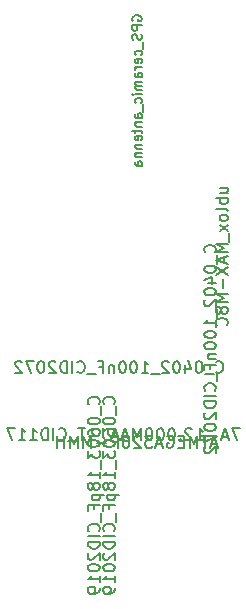
<source format=gbr>
G04 #@! TF.GenerationSoftware,KiCad,Pcbnew,(5.1.6)-1*
G04 #@! TF.CreationDate,2022-09-13T10:15:17+02:00*
G04 #@! TF.ProjectId,LoRa_Balloon,4c6f5261-5f42-4616-9c6c-6f6f6e2e6b69,2*
G04 #@! TF.SameCoordinates,Original*
G04 #@! TF.FileFunction,Other,Fab,Bot*
%FSLAX46Y46*%
G04 Gerber Fmt 4.6, Leading zero omitted, Abs format (unit mm)*
G04 Created by KiCad (PCBNEW (5.1.6)-1) date 2022-09-13 10:15:17*
%MOMM*%
%LPD*%
G01*
G04 APERTURE LIST*
%ADD10C,0.150000*%
G04 APERTURE END LIST*
D10*
X112515714Y-113889047D02*
X113182380Y-113889047D01*
X112515714Y-113460476D02*
X113039523Y-113460476D01*
X113134761Y-113508095D01*
X113182380Y-113603333D01*
X113182380Y-113746190D01*
X113134761Y-113841428D01*
X113087142Y-113889047D01*
X113182380Y-114365238D02*
X112182380Y-114365238D01*
X112563333Y-114365238D02*
X112515714Y-114460476D01*
X112515714Y-114650952D01*
X112563333Y-114746190D01*
X112610952Y-114793809D01*
X112706190Y-114841428D01*
X112991904Y-114841428D01*
X113087142Y-114793809D01*
X113134761Y-114746190D01*
X113182380Y-114650952D01*
X113182380Y-114460476D01*
X113134761Y-114365238D01*
X113182380Y-115412857D02*
X113134761Y-115317619D01*
X113039523Y-115270000D01*
X112182380Y-115270000D01*
X113182380Y-115936666D02*
X113134761Y-115841428D01*
X113087142Y-115793809D01*
X112991904Y-115746190D01*
X112706190Y-115746190D01*
X112610952Y-115793809D01*
X112563333Y-115841428D01*
X112515714Y-115936666D01*
X112515714Y-116079523D01*
X112563333Y-116174761D01*
X112610952Y-116222380D01*
X112706190Y-116270000D01*
X112991904Y-116270000D01*
X113087142Y-116222380D01*
X113134761Y-116174761D01*
X113182380Y-116079523D01*
X113182380Y-115936666D01*
X113182380Y-116603333D02*
X112515714Y-117127142D01*
X112515714Y-116603333D02*
X113182380Y-117127142D01*
X113277619Y-117270000D02*
X113277619Y-118031904D01*
X113182380Y-118270000D02*
X112182380Y-118270000D01*
X112896666Y-118603333D01*
X112182380Y-118936666D01*
X113182380Y-118936666D01*
X112896666Y-119365238D02*
X112896666Y-119841428D01*
X113182380Y-119270000D02*
X112182380Y-119603333D01*
X113182380Y-119936666D01*
X112182380Y-120174761D02*
X113182380Y-120841428D01*
X112182380Y-120841428D02*
X113182380Y-120174761D01*
X112801428Y-121222380D02*
X112801428Y-121984285D01*
X113182380Y-122460476D02*
X112182380Y-122460476D01*
X112896666Y-122793809D01*
X112182380Y-123127142D01*
X113182380Y-123127142D01*
X112610952Y-123746190D02*
X112563333Y-123650952D01*
X112515714Y-123603333D01*
X112420476Y-123555714D01*
X112372857Y-123555714D01*
X112277619Y-123603333D01*
X112230000Y-123650952D01*
X112182380Y-123746190D01*
X112182380Y-123936666D01*
X112230000Y-124031904D01*
X112277619Y-124079523D01*
X112372857Y-124127142D01*
X112420476Y-124127142D01*
X112515714Y-124079523D01*
X112563333Y-124031904D01*
X112610952Y-123936666D01*
X112610952Y-123746190D01*
X112658571Y-123650952D01*
X112706190Y-123603333D01*
X112801428Y-123555714D01*
X112991904Y-123555714D01*
X113087142Y-123603333D01*
X113134761Y-123650952D01*
X113182380Y-123746190D01*
X113182380Y-123936666D01*
X113134761Y-124031904D01*
X113087142Y-124079523D01*
X112991904Y-124127142D01*
X112801428Y-124127142D01*
X112706190Y-124079523D01*
X112658571Y-124031904D01*
X112610952Y-123936666D01*
X113087142Y-125127142D02*
X113134761Y-125079523D01*
X113182380Y-124936666D01*
X113182380Y-124841428D01*
X113134761Y-124698571D01*
X113039523Y-124603333D01*
X112944285Y-124555714D01*
X112753809Y-124508095D01*
X112610952Y-124508095D01*
X112420476Y-124555714D01*
X112325238Y-124603333D01*
X112230000Y-124698571D01*
X112182380Y-124841428D01*
X112182380Y-124936666D01*
X112230000Y-125079523D01*
X112277619Y-125127142D01*
X114187142Y-133843180D02*
X113520476Y-133843180D01*
X113949047Y-134843180D01*
X113187142Y-134557466D02*
X112710952Y-134557466D01*
X113282380Y-134843180D02*
X112949047Y-133843180D01*
X112615714Y-134843180D01*
X112282380Y-134462228D02*
X111520476Y-134462228D01*
X110520476Y-134843180D02*
X111091904Y-134843180D01*
X110806190Y-134843180D02*
X110806190Y-133843180D01*
X110901428Y-133986038D01*
X110996666Y-134081276D01*
X111091904Y-134128895D01*
X110139523Y-133938419D02*
X110091904Y-133890800D01*
X109996666Y-133843180D01*
X109758571Y-133843180D01*
X109663333Y-133890800D01*
X109615714Y-133938419D01*
X109568095Y-134033657D01*
X109568095Y-134128895D01*
X109615714Y-134271752D01*
X110187142Y-134843180D01*
X109568095Y-134843180D01*
X109139523Y-134747942D02*
X109091904Y-134795561D01*
X109139523Y-134843180D01*
X109187142Y-134795561D01*
X109139523Y-134747942D01*
X109139523Y-134843180D01*
X108472857Y-133843180D02*
X108377619Y-133843180D01*
X108282380Y-133890800D01*
X108234761Y-133938419D01*
X108187142Y-134033657D01*
X108139523Y-134224133D01*
X108139523Y-134462228D01*
X108187142Y-134652704D01*
X108234761Y-134747942D01*
X108282380Y-134795561D01*
X108377619Y-134843180D01*
X108472857Y-134843180D01*
X108568095Y-134795561D01*
X108615714Y-134747942D01*
X108663333Y-134652704D01*
X108710952Y-134462228D01*
X108710952Y-134224133D01*
X108663333Y-134033657D01*
X108615714Y-133938419D01*
X108568095Y-133890800D01*
X108472857Y-133843180D01*
X107520476Y-133843180D02*
X107425238Y-133843180D01*
X107330000Y-133890800D01*
X107282380Y-133938419D01*
X107234761Y-134033657D01*
X107187142Y-134224133D01*
X107187142Y-134462228D01*
X107234761Y-134652704D01*
X107282380Y-134747942D01*
X107330000Y-134795561D01*
X107425238Y-134843180D01*
X107520476Y-134843180D01*
X107615714Y-134795561D01*
X107663333Y-134747942D01*
X107710952Y-134652704D01*
X107758571Y-134462228D01*
X107758571Y-134224133D01*
X107710952Y-134033657D01*
X107663333Y-133938419D01*
X107615714Y-133890800D01*
X107520476Y-133843180D01*
X106568095Y-133843180D02*
X106472857Y-133843180D01*
X106377619Y-133890800D01*
X106330000Y-133938419D01*
X106282380Y-134033657D01*
X106234761Y-134224133D01*
X106234761Y-134462228D01*
X106282380Y-134652704D01*
X106330000Y-134747942D01*
X106377619Y-134795561D01*
X106472857Y-134843180D01*
X106568095Y-134843180D01*
X106663333Y-134795561D01*
X106710952Y-134747942D01*
X106758571Y-134652704D01*
X106806190Y-134462228D01*
X106806190Y-134224133D01*
X106758571Y-134033657D01*
X106710952Y-133938419D01*
X106663333Y-133890800D01*
X106568095Y-133843180D01*
X105806190Y-134843180D02*
X105806190Y-133843180D01*
X105472857Y-134557466D01*
X105139523Y-133843180D01*
X105139523Y-134843180D01*
X104710952Y-134557466D02*
X104234761Y-134557466D01*
X104806190Y-134843180D02*
X104472857Y-133843180D01*
X104139523Y-134843180D01*
X103853809Y-134557466D02*
X103377619Y-134557466D01*
X103949047Y-134843180D02*
X103615714Y-133843180D01*
X103282380Y-134843180D01*
X102663333Y-133843180D02*
X102663333Y-134557466D01*
X102710952Y-134700323D01*
X102806190Y-134795561D01*
X102949047Y-134843180D01*
X103044285Y-134843180D01*
X102187142Y-134462228D02*
X101425238Y-134462228D01*
X101091904Y-133843180D02*
X100520476Y-133843180D01*
X100806190Y-134843180D02*
X100806190Y-133843180D01*
X100425238Y-134938419D02*
X99663333Y-134938419D01*
X98853809Y-134747942D02*
X98901428Y-134795561D01*
X99044285Y-134843180D01*
X99139523Y-134843180D01*
X99282380Y-134795561D01*
X99377619Y-134700323D01*
X99425238Y-134605085D01*
X99472857Y-134414609D01*
X99472857Y-134271752D01*
X99425238Y-134081276D01*
X99377619Y-133986038D01*
X99282380Y-133890800D01*
X99139523Y-133843180D01*
X99044285Y-133843180D01*
X98901428Y-133890800D01*
X98853809Y-133938419D01*
X98425238Y-134843180D02*
X98425238Y-133843180D01*
X97949047Y-134843180D02*
X97949047Y-133843180D01*
X97710952Y-133843180D01*
X97568095Y-133890800D01*
X97472857Y-133986038D01*
X97425238Y-134081276D01*
X97377619Y-134271752D01*
X97377619Y-134414609D01*
X97425238Y-134605085D01*
X97472857Y-134700323D01*
X97568095Y-134795561D01*
X97710952Y-134843180D01*
X97949047Y-134843180D01*
X96425238Y-134843180D02*
X96996666Y-134843180D01*
X96710952Y-134843180D02*
X96710952Y-133843180D01*
X96806190Y-133986038D01*
X96901428Y-134081276D01*
X96996666Y-134128895D01*
X95472857Y-134843180D02*
X96044285Y-134843180D01*
X95758571Y-134843180D02*
X95758571Y-133843180D01*
X95853809Y-133986038D01*
X95949047Y-134081276D01*
X96044285Y-134128895D01*
X95139523Y-133843180D02*
X94472857Y-133843180D01*
X94901428Y-134843180D01*
X105130000Y-99336190D02*
X105091904Y-99260000D01*
X105091904Y-99145714D01*
X105130000Y-99031428D01*
X105206190Y-98955238D01*
X105282380Y-98917142D01*
X105434761Y-98879047D01*
X105549047Y-98879047D01*
X105701428Y-98917142D01*
X105777619Y-98955238D01*
X105853809Y-99031428D01*
X105891904Y-99145714D01*
X105891904Y-99221904D01*
X105853809Y-99336190D01*
X105815714Y-99374285D01*
X105549047Y-99374285D01*
X105549047Y-99221904D01*
X105891904Y-99717142D02*
X105091904Y-99717142D01*
X105091904Y-100021904D01*
X105130000Y-100098095D01*
X105168095Y-100136190D01*
X105244285Y-100174285D01*
X105358571Y-100174285D01*
X105434761Y-100136190D01*
X105472857Y-100098095D01*
X105510952Y-100021904D01*
X105510952Y-99717142D01*
X105853809Y-100479047D02*
X105891904Y-100593333D01*
X105891904Y-100783809D01*
X105853809Y-100860000D01*
X105815714Y-100898095D01*
X105739523Y-100936190D01*
X105663333Y-100936190D01*
X105587142Y-100898095D01*
X105549047Y-100860000D01*
X105510952Y-100783809D01*
X105472857Y-100631428D01*
X105434761Y-100555238D01*
X105396666Y-100517142D01*
X105320476Y-100479047D01*
X105244285Y-100479047D01*
X105168095Y-100517142D01*
X105130000Y-100555238D01*
X105091904Y-100631428D01*
X105091904Y-100821904D01*
X105130000Y-100936190D01*
X105968095Y-101088571D02*
X105968095Y-101698095D01*
X105853809Y-102231428D02*
X105891904Y-102155238D01*
X105891904Y-102002857D01*
X105853809Y-101926666D01*
X105815714Y-101888571D01*
X105739523Y-101850476D01*
X105510952Y-101850476D01*
X105434761Y-101888571D01*
X105396666Y-101926666D01*
X105358571Y-102002857D01*
X105358571Y-102155238D01*
X105396666Y-102231428D01*
X105853809Y-102879047D02*
X105891904Y-102802857D01*
X105891904Y-102650476D01*
X105853809Y-102574285D01*
X105777619Y-102536190D01*
X105472857Y-102536190D01*
X105396666Y-102574285D01*
X105358571Y-102650476D01*
X105358571Y-102802857D01*
X105396666Y-102879047D01*
X105472857Y-102917142D01*
X105549047Y-102917142D01*
X105625238Y-102536190D01*
X105891904Y-103260000D02*
X105358571Y-103260000D01*
X105510952Y-103260000D02*
X105434761Y-103298095D01*
X105396666Y-103336190D01*
X105358571Y-103412380D01*
X105358571Y-103488571D01*
X105891904Y-104098095D02*
X105472857Y-104098095D01*
X105396666Y-104060000D01*
X105358571Y-103983809D01*
X105358571Y-103831428D01*
X105396666Y-103755238D01*
X105853809Y-104098095D02*
X105891904Y-104021904D01*
X105891904Y-103831428D01*
X105853809Y-103755238D01*
X105777619Y-103717142D01*
X105701428Y-103717142D01*
X105625238Y-103755238D01*
X105587142Y-103831428D01*
X105587142Y-104021904D01*
X105549047Y-104098095D01*
X105891904Y-104479047D02*
X105358571Y-104479047D01*
X105434761Y-104479047D02*
X105396666Y-104517142D01*
X105358571Y-104593333D01*
X105358571Y-104707619D01*
X105396666Y-104783809D01*
X105472857Y-104821904D01*
X105891904Y-104821904D01*
X105472857Y-104821904D02*
X105396666Y-104860000D01*
X105358571Y-104936190D01*
X105358571Y-105050476D01*
X105396666Y-105126666D01*
X105472857Y-105164761D01*
X105891904Y-105164761D01*
X105891904Y-105545714D02*
X105358571Y-105545714D01*
X105091904Y-105545714D02*
X105130000Y-105507619D01*
X105168095Y-105545714D01*
X105130000Y-105583809D01*
X105091904Y-105545714D01*
X105168095Y-105545714D01*
X105853809Y-106269523D02*
X105891904Y-106193333D01*
X105891904Y-106040952D01*
X105853809Y-105964761D01*
X105815714Y-105926666D01*
X105739523Y-105888571D01*
X105510952Y-105888571D01*
X105434761Y-105926666D01*
X105396666Y-105964761D01*
X105358571Y-106040952D01*
X105358571Y-106193333D01*
X105396666Y-106269523D01*
X105968095Y-106421904D02*
X105968095Y-107031428D01*
X105891904Y-107564761D02*
X105472857Y-107564761D01*
X105396666Y-107526666D01*
X105358571Y-107450476D01*
X105358571Y-107298095D01*
X105396666Y-107221904D01*
X105853809Y-107564761D02*
X105891904Y-107488571D01*
X105891904Y-107298095D01*
X105853809Y-107221904D01*
X105777619Y-107183809D01*
X105701428Y-107183809D01*
X105625238Y-107221904D01*
X105587142Y-107298095D01*
X105587142Y-107488571D01*
X105549047Y-107564761D01*
X105358571Y-107945714D02*
X105891904Y-107945714D01*
X105434761Y-107945714D02*
X105396666Y-107983809D01*
X105358571Y-108059999D01*
X105358571Y-108174285D01*
X105396666Y-108250476D01*
X105472857Y-108288571D01*
X105891904Y-108288571D01*
X105358571Y-108555238D02*
X105358571Y-108859999D01*
X105091904Y-108669523D02*
X105777619Y-108669523D01*
X105853809Y-108707619D01*
X105891904Y-108783809D01*
X105891904Y-108859999D01*
X105853809Y-109431428D02*
X105891904Y-109355238D01*
X105891904Y-109202857D01*
X105853809Y-109126666D01*
X105777619Y-109088571D01*
X105472857Y-109088571D01*
X105396666Y-109126666D01*
X105358571Y-109202857D01*
X105358571Y-109355238D01*
X105396666Y-109431428D01*
X105472857Y-109469523D01*
X105549047Y-109469523D01*
X105625238Y-109088571D01*
X105358571Y-109812380D02*
X105891904Y-109812380D01*
X105434761Y-109812380D02*
X105396666Y-109850476D01*
X105358571Y-109926666D01*
X105358571Y-110040952D01*
X105396666Y-110117142D01*
X105472857Y-110155238D01*
X105891904Y-110155238D01*
X105358571Y-110536190D02*
X105891904Y-110536190D01*
X105434761Y-110536190D02*
X105396666Y-110574285D01*
X105358571Y-110650476D01*
X105358571Y-110764761D01*
X105396666Y-110840952D01*
X105472857Y-110879047D01*
X105891904Y-110879047D01*
X105891904Y-111602857D02*
X105472857Y-111602857D01*
X105396666Y-111564761D01*
X105358571Y-111488571D01*
X105358571Y-111336190D01*
X105396666Y-111259999D01*
X105853809Y-111602857D02*
X105891904Y-111526666D01*
X105891904Y-111336190D01*
X105853809Y-111259999D01*
X105777619Y-111221904D01*
X105701428Y-111221904D01*
X105625238Y-111259999D01*
X105587142Y-111336190D01*
X105587142Y-111526666D01*
X105549047Y-111602857D01*
X112285714Y-135186666D02*
X111809523Y-135186666D01*
X112380952Y-135472380D02*
X112047619Y-134472380D01*
X111714285Y-135472380D01*
X111523809Y-134472380D02*
X110952380Y-134472380D01*
X111238095Y-135472380D02*
X111238095Y-134472380D01*
X110619047Y-135472380D02*
X110619047Y-134472380D01*
X110285714Y-135186666D01*
X109952380Y-134472380D01*
X109952380Y-135472380D01*
X109476190Y-134948571D02*
X109142857Y-134948571D01*
X109000000Y-135472380D02*
X109476190Y-135472380D01*
X109476190Y-134472380D01*
X109000000Y-134472380D01*
X108047619Y-134520000D02*
X108142857Y-134472380D01*
X108285714Y-134472380D01*
X108428571Y-134520000D01*
X108523809Y-134615238D01*
X108571428Y-134710476D01*
X108619047Y-134900952D01*
X108619047Y-135043809D01*
X108571428Y-135234285D01*
X108523809Y-135329523D01*
X108428571Y-135424761D01*
X108285714Y-135472380D01*
X108190476Y-135472380D01*
X108047619Y-135424761D01*
X108000000Y-135377142D01*
X108000000Y-135043809D01*
X108190476Y-135043809D01*
X107619047Y-135186666D02*
X107142857Y-135186666D01*
X107714285Y-135472380D02*
X107380952Y-134472380D01*
X107047619Y-135472380D01*
X106809523Y-134472380D02*
X106190476Y-134472380D01*
X106523809Y-134853333D01*
X106380952Y-134853333D01*
X106285714Y-134900952D01*
X106238095Y-134948571D01*
X106190476Y-135043809D01*
X106190476Y-135281904D01*
X106238095Y-135377142D01*
X106285714Y-135424761D01*
X106380952Y-135472380D01*
X106666666Y-135472380D01*
X106761904Y-135424761D01*
X106809523Y-135377142D01*
X105809523Y-134567619D02*
X105761904Y-134520000D01*
X105666666Y-134472380D01*
X105428571Y-134472380D01*
X105333333Y-134520000D01*
X105285714Y-134567619D01*
X105238095Y-134662857D01*
X105238095Y-134758095D01*
X105285714Y-134900952D01*
X105857142Y-135472380D01*
X105238095Y-135472380D01*
X104666666Y-134900952D02*
X104761904Y-134853333D01*
X104809523Y-134805714D01*
X104857142Y-134710476D01*
X104857142Y-134662857D01*
X104809523Y-134567619D01*
X104761904Y-134520000D01*
X104666666Y-134472380D01*
X104476190Y-134472380D01*
X104380952Y-134520000D01*
X104333333Y-134567619D01*
X104285714Y-134662857D01*
X104285714Y-134710476D01*
X104333333Y-134805714D01*
X104380952Y-134853333D01*
X104476190Y-134900952D01*
X104666666Y-134900952D01*
X104761904Y-134948571D01*
X104809523Y-134996190D01*
X104857142Y-135091428D01*
X104857142Y-135281904D01*
X104809523Y-135377142D01*
X104761904Y-135424761D01*
X104666666Y-135472380D01*
X104476190Y-135472380D01*
X104380952Y-135424761D01*
X104333333Y-135377142D01*
X104285714Y-135281904D01*
X104285714Y-135091428D01*
X104333333Y-134996190D01*
X104380952Y-134948571D01*
X104476190Y-134900952D01*
X103857142Y-135472380D02*
X103857142Y-134472380D01*
X103476190Y-134472380D01*
X103380952Y-134520000D01*
X103333333Y-134567619D01*
X103285714Y-134662857D01*
X103285714Y-134805714D01*
X103333333Y-134900952D01*
X103380952Y-134948571D01*
X103476190Y-134996190D01*
X103857142Y-134996190D01*
X102857142Y-135091428D02*
X102095238Y-135091428D01*
X101619047Y-135472380D02*
X101619047Y-134472380D01*
X101285714Y-135186666D01*
X100952380Y-134472380D01*
X100952380Y-135472380D01*
X100476190Y-135472380D02*
X100476190Y-134472380D01*
X100142857Y-135186666D01*
X99809523Y-134472380D01*
X99809523Y-135472380D01*
X99333333Y-135472380D02*
X99333333Y-134472380D01*
X99333333Y-134948571D02*
X98761904Y-134948571D01*
X98761904Y-135472380D02*
X98761904Y-134472380D01*
X112170476Y-129047142D02*
X112218095Y-129094761D01*
X112360952Y-129142380D01*
X112456190Y-129142380D01*
X112599047Y-129094761D01*
X112694285Y-128999523D01*
X112741904Y-128904285D01*
X112789523Y-128713809D01*
X112789523Y-128570952D01*
X112741904Y-128380476D01*
X112694285Y-128285238D01*
X112599047Y-128190000D01*
X112456190Y-128142380D01*
X112360952Y-128142380D01*
X112218095Y-128190000D01*
X112170476Y-128237619D01*
X111980000Y-129237619D02*
X111218095Y-129237619D01*
X110789523Y-128142380D02*
X110694285Y-128142380D01*
X110599047Y-128190000D01*
X110551428Y-128237619D01*
X110503809Y-128332857D01*
X110456190Y-128523333D01*
X110456190Y-128761428D01*
X110503809Y-128951904D01*
X110551428Y-129047142D01*
X110599047Y-129094761D01*
X110694285Y-129142380D01*
X110789523Y-129142380D01*
X110884761Y-129094761D01*
X110932380Y-129047142D01*
X110980000Y-128951904D01*
X111027619Y-128761428D01*
X111027619Y-128523333D01*
X110980000Y-128332857D01*
X110932380Y-128237619D01*
X110884761Y-128190000D01*
X110789523Y-128142380D01*
X109599047Y-128475714D02*
X109599047Y-129142380D01*
X109837142Y-128094761D02*
X110075238Y-128809047D01*
X109456190Y-128809047D01*
X108884761Y-128142380D02*
X108789523Y-128142380D01*
X108694285Y-128190000D01*
X108646666Y-128237619D01*
X108599047Y-128332857D01*
X108551428Y-128523333D01*
X108551428Y-128761428D01*
X108599047Y-128951904D01*
X108646666Y-129047142D01*
X108694285Y-129094761D01*
X108789523Y-129142380D01*
X108884761Y-129142380D01*
X108980000Y-129094761D01*
X109027619Y-129047142D01*
X109075238Y-128951904D01*
X109122857Y-128761428D01*
X109122857Y-128523333D01*
X109075238Y-128332857D01*
X109027619Y-128237619D01*
X108980000Y-128190000D01*
X108884761Y-128142380D01*
X108170476Y-128237619D02*
X108122857Y-128190000D01*
X108027619Y-128142380D01*
X107789523Y-128142380D01*
X107694285Y-128190000D01*
X107646666Y-128237619D01*
X107599047Y-128332857D01*
X107599047Y-128428095D01*
X107646666Y-128570952D01*
X108218095Y-129142380D01*
X107599047Y-129142380D01*
X107408571Y-129237619D02*
X106646666Y-129237619D01*
X105884761Y-129142380D02*
X106456190Y-129142380D01*
X106170476Y-129142380D02*
X106170476Y-128142380D01*
X106265714Y-128285238D01*
X106360952Y-128380476D01*
X106456190Y-128428095D01*
X105265714Y-128142380D02*
X105170476Y-128142380D01*
X105075238Y-128190000D01*
X105027619Y-128237619D01*
X104980000Y-128332857D01*
X104932380Y-128523333D01*
X104932380Y-128761428D01*
X104980000Y-128951904D01*
X105027619Y-129047142D01*
X105075238Y-129094761D01*
X105170476Y-129142380D01*
X105265714Y-129142380D01*
X105360952Y-129094761D01*
X105408571Y-129047142D01*
X105456190Y-128951904D01*
X105503809Y-128761428D01*
X105503809Y-128523333D01*
X105456190Y-128332857D01*
X105408571Y-128237619D01*
X105360952Y-128190000D01*
X105265714Y-128142380D01*
X104313333Y-128142380D02*
X104218095Y-128142380D01*
X104122857Y-128190000D01*
X104075238Y-128237619D01*
X104027619Y-128332857D01*
X103980000Y-128523333D01*
X103980000Y-128761428D01*
X104027619Y-128951904D01*
X104075238Y-129047142D01*
X104122857Y-129094761D01*
X104218095Y-129142380D01*
X104313333Y-129142380D01*
X104408571Y-129094761D01*
X104456190Y-129047142D01*
X104503809Y-128951904D01*
X104551428Y-128761428D01*
X104551428Y-128523333D01*
X104503809Y-128332857D01*
X104456190Y-128237619D01*
X104408571Y-128190000D01*
X104313333Y-128142380D01*
X103551428Y-128475714D02*
X103551428Y-129142380D01*
X103551428Y-128570952D02*
X103503809Y-128523333D01*
X103408571Y-128475714D01*
X103265714Y-128475714D01*
X103170476Y-128523333D01*
X103122857Y-128618571D01*
X103122857Y-129142380D01*
X102313333Y-128618571D02*
X102646666Y-128618571D01*
X102646666Y-129142380D02*
X102646666Y-128142380D01*
X102170476Y-128142380D01*
X102027619Y-129237619D02*
X101265714Y-129237619D01*
X100456190Y-129047142D02*
X100503809Y-129094761D01*
X100646666Y-129142380D01*
X100741904Y-129142380D01*
X100884761Y-129094761D01*
X100980000Y-128999523D01*
X101027619Y-128904285D01*
X101075238Y-128713809D01*
X101075238Y-128570952D01*
X101027619Y-128380476D01*
X100980000Y-128285238D01*
X100884761Y-128190000D01*
X100741904Y-128142380D01*
X100646666Y-128142380D01*
X100503809Y-128190000D01*
X100456190Y-128237619D01*
X100027619Y-129142380D02*
X100027619Y-128142380D01*
X99551428Y-129142380D02*
X99551428Y-128142380D01*
X99313333Y-128142380D01*
X99170476Y-128190000D01*
X99075238Y-128285238D01*
X99027619Y-128380476D01*
X98980000Y-128570952D01*
X98980000Y-128713809D01*
X99027619Y-128904285D01*
X99075238Y-128999523D01*
X99170476Y-129094761D01*
X99313333Y-129142380D01*
X99551428Y-129142380D01*
X98599047Y-128237619D02*
X98551428Y-128190000D01*
X98456190Y-128142380D01*
X98218095Y-128142380D01*
X98122857Y-128190000D01*
X98075238Y-128237619D01*
X98027619Y-128332857D01*
X98027619Y-128428095D01*
X98075238Y-128570952D01*
X98646666Y-129142380D01*
X98027619Y-129142380D01*
X97408571Y-128142380D02*
X97313333Y-128142380D01*
X97218095Y-128190000D01*
X97170476Y-128237619D01*
X97122857Y-128332857D01*
X97075238Y-128523333D01*
X97075238Y-128761428D01*
X97122857Y-128951904D01*
X97170476Y-129047142D01*
X97218095Y-129094761D01*
X97313333Y-129142380D01*
X97408571Y-129142380D01*
X97503809Y-129094761D01*
X97551428Y-129047142D01*
X97599047Y-128951904D01*
X97646666Y-128761428D01*
X97646666Y-128523333D01*
X97599047Y-128332857D01*
X97551428Y-128237619D01*
X97503809Y-128190000D01*
X97408571Y-128142380D01*
X96741904Y-128142380D02*
X96075238Y-128142380D01*
X96503809Y-129142380D01*
X95741904Y-128237619D02*
X95694285Y-128190000D01*
X95599047Y-128142380D01*
X95360952Y-128142380D01*
X95265714Y-128190000D01*
X95218095Y-128237619D01*
X95170476Y-128332857D01*
X95170476Y-128428095D01*
X95218095Y-128570952D01*
X95789523Y-129142380D01*
X95170476Y-129142380D01*
X102247142Y-131785714D02*
X102294761Y-131738095D01*
X102342380Y-131595238D01*
X102342380Y-131500000D01*
X102294761Y-131357142D01*
X102199523Y-131261904D01*
X102104285Y-131214285D01*
X101913809Y-131166666D01*
X101770952Y-131166666D01*
X101580476Y-131214285D01*
X101485238Y-131261904D01*
X101390000Y-131357142D01*
X101342380Y-131500000D01*
X101342380Y-131595238D01*
X101390000Y-131738095D01*
X101437619Y-131785714D01*
X102437619Y-131976190D02*
X102437619Y-132738095D01*
X101342380Y-133166666D02*
X101342380Y-133261904D01*
X101390000Y-133357142D01*
X101437619Y-133404761D01*
X101532857Y-133452380D01*
X101723333Y-133500000D01*
X101961428Y-133500000D01*
X102151904Y-133452380D01*
X102247142Y-133404761D01*
X102294761Y-133357142D01*
X102342380Y-133261904D01*
X102342380Y-133166666D01*
X102294761Y-133071428D01*
X102247142Y-133023809D01*
X102151904Y-132976190D01*
X101961428Y-132928571D01*
X101723333Y-132928571D01*
X101532857Y-132976190D01*
X101437619Y-133023809D01*
X101390000Y-133071428D01*
X101342380Y-133166666D01*
X101342380Y-134357142D02*
X101342380Y-134166666D01*
X101390000Y-134071428D01*
X101437619Y-134023809D01*
X101580476Y-133928571D01*
X101770952Y-133880952D01*
X102151904Y-133880952D01*
X102247142Y-133928571D01*
X102294761Y-133976190D01*
X102342380Y-134071428D01*
X102342380Y-134261904D01*
X102294761Y-134357142D01*
X102247142Y-134404761D01*
X102151904Y-134452380D01*
X101913809Y-134452380D01*
X101818571Y-134404761D01*
X101770952Y-134357142D01*
X101723333Y-134261904D01*
X101723333Y-134071428D01*
X101770952Y-133976190D01*
X101818571Y-133928571D01*
X101913809Y-133880952D01*
X101342380Y-135071428D02*
X101342380Y-135166666D01*
X101390000Y-135261904D01*
X101437619Y-135309523D01*
X101532857Y-135357142D01*
X101723333Y-135404761D01*
X101961428Y-135404761D01*
X102151904Y-135357142D01*
X102247142Y-135309523D01*
X102294761Y-135261904D01*
X102342380Y-135166666D01*
X102342380Y-135071428D01*
X102294761Y-134976190D01*
X102247142Y-134928571D01*
X102151904Y-134880952D01*
X101961428Y-134833333D01*
X101723333Y-134833333D01*
X101532857Y-134880952D01*
X101437619Y-134928571D01*
X101390000Y-134976190D01*
X101342380Y-135071428D01*
X101342380Y-135738095D02*
X101342380Y-136357142D01*
X101723333Y-136023809D01*
X101723333Y-136166666D01*
X101770952Y-136261904D01*
X101818571Y-136309523D01*
X101913809Y-136357142D01*
X102151904Y-136357142D01*
X102247142Y-136309523D01*
X102294761Y-136261904D01*
X102342380Y-136166666D01*
X102342380Y-135880952D01*
X102294761Y-135785714D01*
X102247142Y-135738095D01*
X102437619Y-136547619D02*
X102437619Y-137309523D01*
X102342380Y-138071428D02*
X102342380Y-137500000D01*
X102342380Y-137785714D02*
X101342380Y-137785714D01*
X101485238Y-137690476D01*
X101580476Y-137595238D01*
X101628095Y-137500000D01*
X101770952Y-138642857D02*
X101723333Y-138547619D01*
X101675714Y-138500000D01*
X101580476Y-138452380D01*
X101532857Y-138452380D01*
X101437619Y-138500000D01*
X101390000Y-138547619D01*
X101342380Y-138642857D01*
X101342380Y-138833333D01*
X101390000Y-138928571D01*
X101437619Y-138976190D01*
X101532857Y-139023809D01*
X101580476Y-139023809D01*
X101675714Y-138976190D01*
X101723333Y-138928571D01*
X101770952Y-138833333D01*
X101770952Y-138642857D01*
X101818571Y-138547619D01*
X101866190Y-138500000D01*
X101961428Y-138452380D01*
X102151904Y-138452380D01*
X102247142Y-138500000D01*
X102294761Y-138547619D01*
X102342380Y-138642857D01*
X102342380Y-138833333D01*
X102294761Y-138928571D01*
X102247142Y-138976190D01*
X102151904Y-139023809D01*
X101961428Y-139023809D01*
X101866190Y-138976190D01*
X101818571Y-138928571D01*
X101770952Y-138833333D01*
X101675714Y-139452380D02*
X102675714Y-139452380D01*
X101723333Y-139452380D02*
X101675714Y-139547619D01*
X101675714Y-139738095D01*
X101723333Y-139833333D01*
X101770952Y-139880952D01*
X101866190Y-139928571D01*
X102151904Y-139928571D01*
X102247142Y-139880952D01*
X102294761Y-139833333D01*
X102342380Y-139738095D01*
X102342380Y-139547619D01*
X102294761Y-139452380D01*
X101818571Y-140690476D02*
X101818571Y-140357142D01*
X102342380Y-140357142D02*
X101342380Y-140357142D01*
X101342380Y-140833333D01*
X102437619Y-140976190D02*
X102437619Y-141738095D01*
X102247142Y-142547619D02*
X102294761Y-142500000D01*
X102342380Y-142357142D01*
X102342380Y-142261904D01*
X102294761Y-142119047D01*
X102199523Y-142023809D01*
X102104285Y-141976190D01*
X101913809Y-141928571D01*
X101770952Y-141928571D01*
X101580476Y-141976190D01*
X101485238Y-142023809D01*
X101390000Y-142119047D01*
X101342380Y-142261904D01*
X101342380Y-142357142D01*
X101390000Y-142500000D01*
X101437619Y-142547619D01*
X102342380Y-142976190D02*
X101342380Y-142976190D01*
X102342380Y-143452380D02*
X101342380Y-143452380D01*
X101342380Y-143690476D01*
X101390000Y-143833333D01*
X101485238Y-143928571D01*
X101580476Y-143976190D01*
X101770952Y-144023809D01*
X101913809Y-144023809D01*
X102104285Y-143976190D01*
X102199523Y-143928571D01*
X102294761Y-143833333D01*
X102342380Y-143690476D01*
X102342380Y-143452380D01*
X101437619Y-144404761D02*
X101390000Y-144452380D01*
X101342380Y-144547619D01*
X101342380Y-144785714D01*
X101390000Y-144880952D01*
X101437619Y-144928571D01*
X101532857Y-144976190D01*
X101628095Y-144976190D01*
X101770952Y-144928571D01*
X102342380Y-144357142D01*
X102342380Y-144976190D01*
X101342380Y-145595238D02*
X101342380Y-145690476D01*
X101390000Y-145785714D01*
X101437619Y-145833333D01*
X101532857Y-145880952D01*
X101723333Y-145928571D01*
X101961428Y-145928571D01*
X102151904Y-145880952D01*
X102247142Y-145833333D01*
X102294761Y-145785714D01*
X102342380Y-145690476D01*
X102342380Y-145595238D01*
X102294761Y-145500000D01*
X102247142Y-145452380D01*
X102151904Y-145404761D01*
X101961428Y-145357142D01*
X101723333Y-145357142D01*
X101532857Y-145404761D01*
X101437619Y-145452380D01*
X101390000Y-145500000D01*
X101342380Y-145595238D01*
X102342380Y-146880952D02*
X102342380Y-146309523D01*
X102342380Y-146595238D02*
X101342380Y-146595238D01*
X101485238Y-146500000D01*
X101580476Y-146404761D01*
X101628095Y-146309523D01*
X102342380Y-147357142D02*
X102342380Y-147547619D01*
X102294761Y-147642857D01*
X102247142Y-147690476D01*
X102104285Y-147785714D01*
X101913809Y-147833333D01*
X101532857Y-147833333D01*
X101437619Y-147785714D01*
X101390000Y-147738095D01*
X101342380Y-147642857D01*
X101342380Y-147452380D01*
X101390000Y-147357142D01*
X101437619Y-147309523D01*
X101532857Y-147261904D01*
X101770952Y-147261904D01*
X101866190Y-147309523D01*
X101913809Y-147357142D01*
X101961428Y-147452380D01*
X101961428Y-147642857D01*
X101913809Y-147738095D01*
X101866190Y-147785714D01*
X101770952Y-147833333D01*
X103547142Y-131785714D02*
X103594761Y-131738095D01*
X103642380Y-131595238D01*
X103642380Y-131500000D01*
X103594761Y-131357142D01*
X103499523Y-131261904D01*
X103404285Y-131214285D01*
X103213809Y-131166666D01*
X103070952Y-131166666D01*
X102880476Y-131214285D01*
X102785238Y-131261904D01*
X102690000Y-131357142D01*
X102642380Y-131500000D01*
X102642380Y-131595238D01*
X102690000Y-131738095D01*
X102737619Y-131785714D01*
X103737619Y-131976190D02*
X103737619Y-132738095D01*
X102642380Y-133166666D02*
X102642380Y-133261904D01*
X102690000Y-133357142D01*
X102737619Y-133404761D01*
X102832857Y-133452380D01*
X103023333Y-133500000D01*
X103261428Y-133500000D01*
X103451904Y-133452380D01*
X103547142Y-133404761D01*
X103594761Y-133357142D01*
X103642380Y-133261904D01*
X103642380Y-133166666D01*
X103594761Y-133071428D01*
X103547142Y-133023809D01*
X103451904Y-132976190D01*
X103261428Y-132928571D01*
X103023333Y-132928571D01*
X102832857Y-132976190D01*
X102737619Y-133023809D01*
X102690000Y-133071428D01*
X102642380Y-133166666D01*
X102642380Y-134357142D02*
X102642380Y-134166666D01*
X102690000Y-134071428D01*
X102737619Y-134023809D01*
X102880476Y-133928571D01*
X103070952Y-133880952D01*
X103451904Y-133880952D01*
X103547142Y-133928571D01*
X103594761Y-133976190D01*
X103642380Y-134071428D01*
X103642380Y-134261904D01*
X103594761Y-134357142D01*
X103547142Y-134404761D01*
X103451904Y-134452380D01*
X103213809Y-134452380D01*
X103118571Y-134404761D01*
X103070952Y-134357142D01*
X103023333Y-134261904D01*
X103023333Y-134071428D01*
X103070952Y-133976190D01*
X103118571Y-133928571D01*
X103213809Y-133880952D01*
X102642380Y-135071428D02*
X102642380Y-135166666D01*
X102690000Y-135261904D01*
X102737619Y-135309523D01*
X102832857Y-135357142D01*
X103023333Y-135404761D01*
X103261428Y-135404761D01*
X103451904Y-135357142D01*
X103547142Y-135309523D01*
X103594761Y-135261904D01*
X103642380Y-135166666D01*
X103642380Y-135071428D01*
X103594761Y-134976190D01*
X103547142Y-134928571D01*
X103451904Y-134880952D01*
X103261428Y-134833333D01*
X103023333Y-134833333D01*
X102832857Y-134880952D01*
X102737619Y-134928571D01*
X102690000Y-134976190D01*
X102642380Y-135071428D01*
X102642380Y-135738095D02*
X102642380Y-136357142D01*
X103023333Y-136023809D01*
X103023333Y-136166666D01*
X103070952Y-136261904D01*
X103118571Y-136309523D01*
X103213809Y-136357142D01*
X103451904Y-136357142D01*
X103547142Y-136309523D01*
X103594761Y-136261904D01*
X103642380Y-136166666D01*
X103642380Y-135880952D01*
X103594761Y-135785714D01*
X103547142Y-135738095D01*
X103737619Y-136547619D02*
X103737619Y-137309523D01*
X103642380Y-138071428D02*
X103642380Y-137500000D01*
X103642380Y-137785714D02*
X102642380Y-137785714D01*
X102785238Y-137690476D01*
X102880476Y-137595238D01*
X102928095Y-137500000D01*
X103070952Y-138642857D02*
X103023333Y-138547619D01*
X102975714Y-138500000D01*
X102880476Y-138452380D01*
X102832857Y-138452380D01*
X102737619Y-138500000D01*
X102690000Y-138547619D01*
X102642380Y-138642857D01*
X102642380Y-138833333D01*
X102690000Y-138928571D01*
X102737619Y-138976190D01*
X102832857Y-139023809D01*
X102880476Y-139023809D01*
X102975714Y-138976190D01*
X103023333Y-138928571D01*
X103070952Y-138833333D01*
X103070952Y-138642857D01*
X103118571Y-138547619D01*
X103166190Y-138500000D01*
X103261428Y-138452380D01*
X103451904Y-138452380D01*
X103547142Y-138500000D01*
X103594761Y-138547619D01*
X103642380Y-138642857D01*
X103642380Y-138833333D01*
X103594761Y-138928571D01*
X103547142Y-138976190D01*
X103451904Y-139023809D01*
X103261428Y-139023809D01*
X103166190Y-138976190D01*
X103118571Y-138928571D01*
X103070952Y-138833333D01*
X102975714Y-139452380D02*
X103975714Y-139452380D01*
X103023333Y-139452380D02*
X102975714Y-139547619D01*
X102975714Y-139738095D01*
X103023333Y-139833333D01*
X103070952Y-139880952D01*
X103166190Y-139928571D01*
X103451904Y-139928571D01*
X103547142Y-139880952D01*
X103594761Y-139833333D01*
X103642380Y-139738095D01*
X103642380Y-139547619D01*
X103594761Y-139452380D01*
X103118571Y-140690476D02*
X103118571Y-140357142D01*
X103642380Y-140357142D02*
X102642380Y-140357142D01*
X102642380Y-140833333D01*
X103737619Y-140976190D02*
X103737619Y-141738095D01*
X103547142Y-142547619D02*
X103594761Y-142500000D01*
X103642380Y-142357142D01*
X103642380Y-142261904D01*
X103594761Y-142119047D01*
X103499523Y-142023809D01*
X103404285Y-141976190D01*
X103213809Y-141928571D01*
X103070952Y-141928571D01*
X102880476Y-141976190D01*
X102785238Y-142023809D01*
X102690000Y-142119047D01*
X102642380Y-142261904D01*
X102642380Y-142357142D01*
X102690000Y-142500000D01*
X102737619Y-142547619D01*
X103642380Y-142976190D02*
X102642380Y-142976190D01*
X103642380Y-143452380D02*
X102642380Y-143452380D01*
X102642380Y-143690476D01*
X102690000Y-143833333D01*
X102785238Y-143928571D01*
X102880476Y-143976190D01*
X103070952Y-144023809D01*
X103213809Y-144023809D01*
X103404285Y-143976190D01*
X103499523Y-143928571D01*
X103594761Y-143833333D01*
X103642380Y-143690476D01*
X103642380Y-143452380D01*
X102737619Y-144404761D02*
X102690000Y-144452380D01*
X102642380Y-144547619D01*
X102642380Y-144785714D01*
X102690000Y-144880952D01*
X102737619Y-144928571D01*
X102832857Y-144976190D01*
X102928095Y-144976190D01*
X103070952Y-144928571D01*
X103642380Y-144357142D01*
X103642380Y-144976190D01*
X102642380Y-145595238D02*
X102642380Y-145690476D01*
X102690000Y-145785714D01*
X102737619Y-145833333D01*
X102832857Y-145880952D01*
X103023333Y-145928571D01*
X103261428Y-145928571D01*
X103451904Y-145880952D01*
X103547142Y-145833333D01*
X103594761Y-145785714D01*
X103642380Y-145690476D01*
X103642380Y-145595238D01*
X103594761Y-145500000D01*
X103547142Y-145452380D01*
X103451904Y-145404761D01*
X103261428Y-145357142D01*
X103023333Y-145357142D01*
X102832857Y-145404761D01*
X102737619Y-145452380D01*
X102690000Y-145500000D01*
X102642380Y-145595238D01*
X103642380Y-146880952D02*
X103642380Y-146309523D01*
X103642380Y-146595238D02*
X102642380Y-146595238D01*
X102785238Y-146500000D01*
X102880476Y-146404761D01*
X102928095Y-146309523D01*
X103642380Y-147357142D02*
X103642380Y-147547619D01*
X103594761Y-147642857D01*
X103547142Y-147690476D01*
X103404285Y-147785714D01*
X103213809Y-147833333D01*
X102832857Y-147833333D01*
X102737619Y-147785714D01*
X102690000Y-147738095D01*
X102642380Y-147642857D01*
X102642380Y-147452380D01*
X102690000Y-147357142D01*
X102737619Y-147309523D01*
X102832857Y-147261904D01*
X103070952Y-147261904D01*
X103166190Y-147309523D01*
X103213809Y-147357142D01*
X103261428Y-147452380D01*
X103261428Y-147642857D01*
X103213809Y-147738095D01*
X103166190Y-147785714D01*
X103070952Y-147833333D01*
X112097142Y-118939523D02*
X112144761Y-118891904D01*
X112192380Y-118749047D01*
X112192380Y-118653809D01*
X112144761Y-118510952D01*
X112049523Y-118415714D01*
X111954285Y-118368095D01*
X111763809Y-118320476D01*
X111620952Y-118320476D01*
X111430476Y-118368095D01*
X111335238Y-118415714D01*
X111240000Y-118510952D01*
X111192380Y-118653809D01*
X111192380Y-118749047D01*
X111240000Y-118891904D01*
X111287619Y-118939523D01*
X112287619Y-119130000D02*
X112287619Y-119891904D01*
X111192380Y-120320476D02*
X111192380Y-120415714D01*
X111240000Y-120510952D01*
X111287619Y-120558571D01*
X111382857Y-120606190D01*
X111573333Y-120653809D01*
X111811428Y-120653809D01*
X112001904Y-120606190D01*
X112097142Y-120558571D01*
X112144761Y-120510952D01*
X112192380Y-120415714D01*
X112192380Y-120320476D01*
X112144761Y-120225238D01*
X112097142Y-120177619D01*
X112001904Y-120130000D01*
X111811428Y-120082380D01*
X111573333Y-120082380D01*
X111382857Y-120130000D01*
X111287619Y-120177619D01*
X111240000Y-120225238D01*
X111192380Y-120320476D01*
X111525714Y-121510952D02*
X112192380Y-121510952D01*
X111144761Y-121272857D02*
X111859047Y-121034761D01*
X111859047Y-121653809D01*
X111192380Y-122225238D02*
X111192380Y-122320476D01*
X111240000Y-122415714D01*
X111287619Y-122463333D01*
X111382857Y-122510952D01*
X111573333Y-122558571D01*
X111811428Y-122558571D01*
X112001904Y-122510952D01*
X112097142Y-122463333D01*
X112144761Y-122415714D01*
X112192380Y-122320476D01*
X112192380Y-122225238D01*
X112144761Y-122130000D01*
X112097142Y-122082380D01*
X112001904Y-122034761D01*
X111811428Y-121987142D01*
X111573333Y-121987142D01*
X111382857Y-122034761D01*
X111287619Y-122082380D01*
X111240000Y-122130000D01*
X111192380Y-122225238D01*
X111287619Y-122939523D02*
X111240000Y-122987142D01*
X111192380Y-123082380D01*
X111192380Y-123320476D01*
X111240000Y-123415714D01*
X111287619Y-123463333D01*
X111382857Y-123510952D01*
X111478095Y-123510952D01*
X111620952Y-123463333D01*
X112192380Y-122891904D01*
X112192380Y-123510952D01*
X112287619Y-123701428D02*
X112287619Y-124463333D01*
X112192380Y-125225238D02*
X112192380Y-124653809D01*
X112192380Y-124939523D02*
X111192380Y-124939523D01*
X111335238Y-124844285D01*
X111430476Y-124749047D01*
X111478095Y-124653809D01*
X111192380Y-125844285D02*
X111192380Y-125939523D01*
X111240000Y-126034761D01*
X111287619Y-126082380D01*
X111382857Y-126130000D01*
X111573333Y-126177619D01*
X111811428Y-126177619D01*
X112001904Y-126130000D01*
X112097142Y-126082380D01*
X112144761Y-126034761D01*
X112192380Y-125939523D01*
X112192380Y-125844285D01*
X112144761Y-125749047D01*
X112097142Y-125701428D01*
X112001904Y-125653809D01*
X111811428Y-125606190D01*
X111573333Y-125606190D01*
X111382857Y-125653809D01*
X111287619Y-125701428D01*
X111240000Y-125749047D01*
X111192380Y-125844285D01*
X111192380Y-126796666D02*
X111192380Y-126891904D01*
X111240000Y-126987142D01*
X111287619Y-127034761D01*
X111382857Y-127082380D01*
X111573333Y-127130000D01*
X111811428Y-127130000D01*
X112001904Y-127082380D01*
X112097142Y-127034761D01*
X112144761Y-126987142D01*
X112192380Y-126891904D01*
X112192380Y-126796666D01*
X112144761Y-126701428D01*
X112097142Y-126653809D01*
X112001904Y-126606190D01*
X111811428Y-126558571D01*
X111573333Y-126558571D01*
X111382857Y-126606190D01*
X111287619Y-126653809D01*
X111240000Y-126701428D01*
X111192380Y-126796666D01*
X111525714Y-127558571D02*
X112192380Y-127558571D01*
X111620952Y-127558571D02*
X111573333Y-127606190D01*
X111525714Y-127701428D01*
X111525714Y-127844285D01*
X111573333Y-127939523D01*
X111668571Y-127987142D01*
X112192380Y-127987142D01*
X111668571Y-128796666D02*
X111668571Y-128463333D01*
X112192380Y-128463333D02*
X111192380Y-128463333D01*
X111192380Y-128939523D01*
X112287619Y-129082380D02*
X112287619Y-129844285D01*
X112097142Y-130653809D02*
X112144761Y-130606190D01*
X112192380Y-130463333D01*
X112192380Y-130368095D01*
X112144761Y-130225238D01*
X112049523Y-130130000D01*
X111954285Y-130082380D01*
X111763809Y-130034761D01*
X111620952Y-130034761D01*
X111430476Y-130082380D01*
X111335238Y-130130000D01*
X111240000Y-130225238D01*
X111192380Y-130368095D01*
X111192380Y-130463333D01*
X111240000Y-130606190D01*
X111287619Y-130653809D01*
X112192380Y-131082380D02*
X111192380Y-131082380D01*
X112192380Y-131558571D02*
X111192380Y-131558571D01*
X111192380Y-131796666D01*
X111240000Y-131939523D01*
X111335238Y-132034761D01*
X111430476Y-132082380D01*
X111620952Y-132130000D01*
X111763809Y-132130000D01*
X111954285Y-132082380D01*
X112049523Y-132034761D01*
X112144761Y-131939523D01*
X112192380Y-131796666D01*
X112192380Y-131558571D01*
X111287619Y-132510952D02*
X111240000Y-132558571D01*
X111192380Y-132653809D01*
X111192380Y-132891904D01*
X111240000Y-132987142D01*
X111287619Y-133034761D01*
X111382857Y-133082380D01*
X111478095Y-133082380D01*
X111620952Y-133034761D01*
X112192380Y-132463333D01*
X112192380Y-133082380D01*
X111192380Y-133701428D02*
X111192380Y-133796666D01*
X111240000Y-133891904D01*
X111287619Y-133939523D01*
X111382857Y-133987142D01*
X111573333Y-134034761D01*
X111811428Y-134034761D01*
X112001904Y-133987142D01*
X112097142Y-133939523D01*
X112144761Y-133891904D01*
X112192380Y-133796666D01*
X112192380Y-133701428D01*
X112144761Y-133606190D01*
X112097142Y-133558571D01*
X112001904Y-133510952D01*
X111811428Y-133463333D01*
X111573333Y-133463333D01*
X111382857Y-133510952D01*
X111287619Y-133558571D01*
X111240000Y-133606190D01*
X111192380Y-133701428D01*
X111192380Y-134368095D02*
X111192380Y-135034761D01*
X112192380Y-134606190D01*
X111287619Y-135368095D02*
X111240000Y-135415714D01*
X111192380Y-135510952D01*
X111192380Y-135749047D01*
X111240000Y-135844285D01*
X111287619Y-135891904D01*
X111382857Y-135939523D01*
X111478095Y-135939523D01*
X111620952Y-135891904D01*
X112192380Y-135320476D01*
X112192380Y-135939523D01*
M02*

</source>
